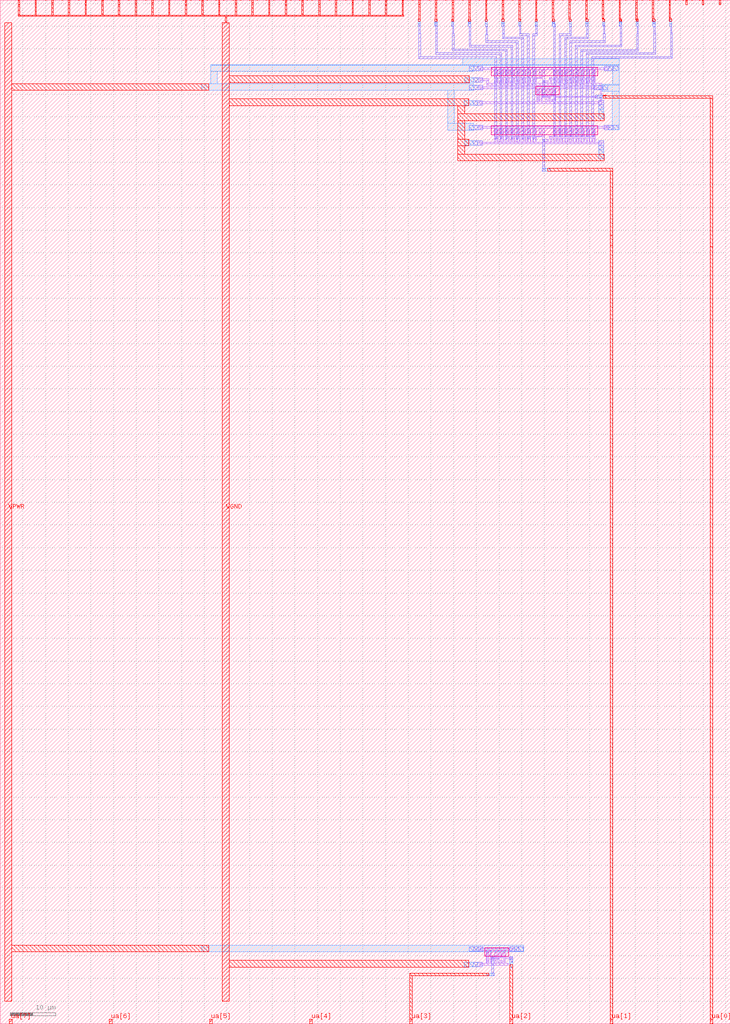
<source format=lef>
VERSION 5.7 ;
  NOWIREEXTENSIONATPIN ON ;
  DIVIDERCHAR "/" ;
  BUSBITCHARS "[]" ;
MACRO tt_um_rejunity_current_cmp
  CLASS BLOCK ;
  FOREIGN tt_um_rejunity_current_cmp ;
  ORIGIN 0.000 0.000 ;
  SIZE 161.000 BY 225.760 ;
  PIN clk
    DIRECTION INPUT ;
    USE SIGNAL ;
    PORT
      LAYER met4 ;
        RECT 154.870 224.760 155.170 225.760 ;
    END
  END clk
  PIN ena
    DIRECTION INPUT ;
    USE SIGNAL ;
    PORT
      LAYER met4 ;
        RECT 158.550 224.760 158.850 225.760 ;
    END
  END ena
  PIN rst_n
    DIRECTION INPUT ;
    USE SIGNAL ;
    PORT
      LAYER met4 ;
        RECT 151.190 224.760 151.490 225.760 ;
    END
  END rst_n
  PIN ua[0]
    DIRECTION INOUT ;
    USE SIGNAL ;
    ANTENNADIFFAREA 0.639000 ;
    PORT
      LAYER met4 ;
        RECT 156.560 0.000 157.160 1.000 ;
    END
  END ua[0]
  PIN ua[1]
    DIRECTION INOUT ;
    USE SIGNAL ;
    ANTENNADIFFAREA 0.781000 ;
    PORT
      LAYER met4 ;
        RECT 134.480 0.000 135.080 1.000 ;
    END
  END ua[1]
  PIN ua[2]
    DIRECTION INOUT ;
    USE SIGNAL ;
    ANTENNADIFFAREA 0.639000 ;
    PORT
      LAYER met4 ;
        RECT 112.400 0.000 113.000 1.000 ;
    END
  END ua[2]
  PIN ua[3]
    DIRECTION INOUT ;
    USE SIGNAL ;
    ANTENNAGATEAREA 0.213000 ;
    ANTENNADIFFAREA 0.568000 ;
    PORT
      LAYER met4 ;
        RECT 90.320 0.000 90.920 1.000 ;
    END
  END ua[3]
  PIN ua[4]
    DIRECTION INOUT ;
    USE SIGNAL ;
    PORT
      LAYER met4 ;
        RECT 68.240 0.000 68.840 1.000 ;
    END
  END ua[4]
  PIN ua[5]
    DIRECTION INOUT ;
    USE SIGNAL ;
    PORT
      LAYER met4 ;
        RECT 46.160 0.000 46.760 1.000 ;
    END
  END ua[5]
  PIN ua[6]
    DIRECTION INOUT ;
    USE SIGNAL ;
    PORT
      LAYER met4 ;
        RECT 24.080 0.000 24.680 1.000 ;
    END
  END ua[6]
  PIN ua[7]
    DIRECTION INOUT ;
    USE SIGNAL ;
    PORT
      LAYER met4 ;
        RECT 2.000 0.000 2.600 1.000 ;
    END
  END ua[7]
  PIN ui_in[0]
    DIRECTION INPUT ;
    USE SIGNAL ;
    PORT
      LAYER met4 ;
        RECT 147.510 224.760 147.810 225.760 ;
    END
  END ui_in[0]
  PIN ui_in[1]
    DIRECTION INPUT ;
    USE SIGNAL ;
    PORT
      LAYER met4 ;
        RECT 143.830 224.760 144.130 225.760 ;
    END
  END ui_in[1]
  PIN ui_in[2]
    DIRECTION INPUT ;
    USE SIGNAL ;
    PORT
      LAYER met4 ;
        RECT 140.150 224.760 140.450 225.760 ;
    END
  END ui_in[2]
  PIN ui_in[3]
    DIRECTION INPUT ;
    USE SIGNAL ;
    PORT
      LAYER met4 ;
        RECT 136.470 224.760 136.770 225.760 ;
    END
  END ui_in[3]
  PIN ui_in[4]
    DIRECTION INPUT ;
    USE SIGNAL ;
    PORT
      LAYER met4 ;
        RECT 132.790 224.760 133.090 225.760 ;
    END
  END ui_in[4]
  PIN ui_in[5]
    DIRECTION INPUT ;
    USE SIGNAL ;
    PORT
      LAYER met4 ;
        RECT 129.110 224.760 129.410 225.760 ;
    END
  END ui_in[5]
  PIN ui_in[6]
    DIRECTION INPUT ;
    USE SIGNAL ;
    PORT
      LAYER met4 ;
        RECT 125.430 224.760 125.730 225.760 ;
    END
  END ui_in[6]
  PIN ui_in[7]
    DIRECTION INPUT ;
    USE SIGNAL ;
    PORT
      LAYER met4 ;
        RECT 121.750 224.760 122.050 225.760 ;
    END
  END ui_in[7]
  PIN uio_in[0]
    DIRECTION INPUT ;
    USE SIGNAL ;
    PORT
      LAYER met4 ;
        RECT 118.070 224.760 118.370 225.760 ;
    END
  END uio_in[0]
  PIN uio_in[1]
    DIRECTION INPUT ;
    USE SIGNAL ;
    PORT
      LAYER met4 ;
        RECT 114.390 224.760 114.690 225.760 ;
    END
  END uio_in[1]
  PIN uio_in[2]
    DIRECTION INPUT ;
    USE SIGNAL ;
    PORT
      LAYER met4 ;
        RECT 110.710 224.760 111.010 225.760 ;
    END
  END uio_in[2]
  PIN uio_in[3]
    DIRECTION INPUT ;
    USE SIGNAL ;
    PORT
      LAYER met4 ;
        RECT 107.030 224.760 107.330 225.760 ;
    END
  END uio_in[3]
  PIN uio_in[4]
    DIRECTION INPUT ;
    USE SIGNAL ;
    PORT
      LAYER met4 ;
        RECT 103.350 224.760 103.650 225.760 ;
    END
  END uio_in[4]
  PIN uio_in[5]
    DIRECTION INPUT ;
    USE SIGNAL ;
    PORT
      LAYER met4 ;
        RECT 99.670 224.760 99.970 225.760 ;
    END
  END uio_in[5]
  PIN uio_in[6]
    DIRECTION INPUT ;
    USE SIGNAL ;
    PORT
      LAYER met4 ;
        RECT 95.990 224.760 96.290 225.760 ;
    END
  END uio_in[6]
  PIN uio_in[7]
    DIRECTION INPUT ;
    USE SIGNAL ;
    PORT
      LAYER met4 ;
        RECT 92.310 224.760 92.610 225.760 ;
    END
  END uio_in[7]
  PIN uio_oe[0]
    DIRECTION OUTPUT ;
    USE SIGNAL ;
    ANTENNADIFFAREA 14.710000 ;
    PORT
      LAYER met4 ;
        RECT 29.750 224.760 30.050 225.760 ;
    END
  END uio_oe[0]
  PIN uio_oe[1]
    DIRECTION OUTPUT ;
    USE SIGNAL ;
    ANTENNADIFFAREA 14.710000 ;
    PORT
      LAYER met4 ;
        RECT 26.070 224.760 26.370 225.760 ;
    END
  END uio_oe[1]
  PIN uio_oe[2]
    DIRECTION OUTPUT ;
    USE SIGNAL ;
    ANTENNADIFFAREA 14.710000 ;
    PORT
      LAYER met4 ;
        RECT 22.390 224.760 22.690 225.760 ;
    END
  END uio_oe[2]
  PIN uio_oe[3]
    DIRECTION OUTPUT ;
    USE SIGNAL ;
    ANTENNADIFFAREA 14.710000 ;
    PORT
      LAYER met4 ;
        RECT 18.710 224.760 19.010 225.760 ;
    END
  END uio_oe[3]
  PIN uio_oe[4]
    DIRECTION OUTPUT ;
    USE SIGNAL ;
    ANTENNADIFFAREA 14.710000 ;
    PORT
      LAYER met4 ;
        RECT 15.030 224.760 15.330 225.760 ;
    END
  END uio_oe[4]
  PIN uio_oe[5]
    DIRECTION OUTPUT ;
    USE SIGNAL ;
    ANTENNADIFFAREA 14.710000 ;
    PORT
      LAYER met4 ;
        RECT 11.350 224.760 11.650 225.760 ;
    END
  END uio_oe[5]
  PIN uio_oe[6]
    DIRECTION OUTPUT ;
    USE SIGNAL ;
    ANTENNADIFFAREA 14.710000 ;
    PORT
      LAYER met4 ;
        RECT 7.670 224.760 7.970 225.760 ;
    END
  END uio_oe[6]
  PIN uio_oe[7]
    DIRECTION OUTPUT ;
    USE SIGNAL ;
    ANTENNADIFFAREA 14.710000 ;
    PORT
      LAYER met4 ;
        RECT 3.990 224.760 4.290 225.760 ;
    END
  END uio_oe[7]
  PIN uio_out[0]
    DIRECTION OUTPUT ;
    USE SIGNAL ;
    ANTENNADIFFAREA 14.710000 ;
    PORT
      LAYER met4 ;
        RECT 59.190 224.760 59.490 225.760 ;
    END
  END uio_out[0]
  PIN uio_out[1]
    DIRECTION OUTPUT ;
    USE SIGNAL ;
    ANTENNADIFFAREA 14.710000 ;
    PORT
      LAYER met4 ;
        RECT 55.510 224.760 55.810 225.760 ;
    END
  END uio_out[1]
  PIN uio_out[2]
    DIRECTION OUTPUT ;
    USE SIGNAL ;
    ANTENNADIFFAREA 14.710000 ;
    PORT
      LAYER met4 ;
        RECT 51.830 224.760 52.130 225.760 ;
    END
  END uio_out[2]
  PIN uio_out[3]
    DIRECTION OUTPUT ;
    USE SIGNAL ;
    ANTENNADIFFAREA 14.710000 ;
    PORT
      LAYER met4 ;
        RECT 48.150 224.760 48.450 225.760 ;
    END
  END uio_out[3]
  PIN uio_out[4]
    DIRECTION OUTPUT ;
    USE SIGNAL ;
    ANTENNADIFFAREA 14.710000 ;
    PORT
      LAYER met4 ;
        RECT 44.470 224.760 44.770 225.760 ;
    END
  END uio_out[4]
  PIN uio_out[5]
    DIRECTION OUTPUT ;
    USE SIGNAL ;
    ANTENNADIFFAREA 14.710000 ;
    PORT
      LAYER met4 ;
        RECT 40.790 224.760 41.090 225.760 ;
    END
  END uio_out[5]
  PIN uio_out[6]
    DIRECTION OUTPUT ;
    USE SIGNAL ;
    ANTENNADIFFAREA 14.710000 ;
    PORT
      LAYER met4 ;
        RECT 37.110 224.760 37.410 225.760 ;
    END
  END uio_out[6]
  PIN uio_out[7]
    DIRECTION OUTPUT ;
    USE SIGNAL ;
    ANTENNADIFFAREA 14.710000 ;
    PORT
      LAYER met4 ;
        RECT 33.430 224.760 33.730 225.760 ;
    END
  END uio_out[7]
  PIN uo_out[0]
    DIRECTION OUTPUT ;
    USE SIGNAL ;
    ANTENNADIFFAREA 14.710000 ;
    PORT
      LAYER met4 ;
        RECT 88.630 224.760 88.930 225.760 ;
    END
  END uo_out[0]
  PIN uo_out[1]
    DIRECTION OUTPUT ;
    USE SIGNAL ;
    ANTENNADIFFAREA 14.710000 ;
    PORT
      LAYER met4 ;
        RECT 84.950 224.760 85.250 225.760 ;
    END
  END uo_out[1]
  PIN uo_out[2]
    DIRECTION OUTPUT ;
    USE SIGNAL ;
    ANTENNADIFFAREA 14.710000 ;
    PORT
      LAYER met4 ;
        RECT 81.270 224.760 81.570 225.760 ;
    END
  END uo_out[2]
  PIN uo_out[3]
    DIRECTION OUTPUT ;
    USE SIGNAL ;
    ANTENNADIFFAREA 14.710000 ;
    PORT
      LAYER met4 ;
        RECT 77.590 224.760 77.890 225.760 ;
    END
  END uo_out[3]
  PIN uo_out[4]
    DIRECTION OUTPUT ;
    USE SIGNAL ;
    ANTENNADIFFAREA 14.710000 ;
    PORT
      LAYER met4 ;
        RECT 73.910 224.760 74.210 225.760 ;
    END
  END uo_out[4]
  PIN uo_out[5]
    DIRECTION OUTPUT ;
    USE SIGNAL ;
    ANTENNADIFFAREA 14.710000 ;
    PORT
      LAYER met4 ;
        RECT 70.230 224.760 70.530 225.760 ;
    END
  END uo_out[5]
  PIN uo_out[6]
    DIRECTION OUTPUT ;
    USE SIGNAL ;
    ANTENNADIFFAREA 14.710000 ;
    PORT
      LAYER met4 ;
        RECT 66.550 224.760 66.850 225.760 ;
    END
  END uo_out[6]
  PIN uo_out[7]
    DIRECTION OUTPUT ;
    USE SIGNAL ;
    ANTENNADIFFAREA 14.710000 ;
    PORT
      LAYER met4 ;
        RECT 62.870 224.760 63.170 225.760 ;
    END
  END uo_out[7]
  PIN VPWR
    DIRECTION INOUT ;
    USE POWER ;
    PORT
      LAYER met4 ;
        RECT 1.000 5.000 2.500 220.760 ;
    END
  END VPWR
  PIN VGND
    DIRECTION INOUT ;
    USE GROUND ;
    PORT
      LAYER met4 ;
        RECT 49.000 5.000 50.500 220.760 ;
    END
  END VGND
  OBS
      LAYER nwell ;
        RECT 108.300 209.050 131.800 210.950 ;
        RECT 118.050 204.850 123.300 206.750 ;
        RECT 108.300 196.100 131.800 198.000 ;
        RECT 106.850 14.850 112.100 16.750 ;
      LAYER li1 ;
        RECT 105.700 210.450 133.950 210.850 ;
        RECT 109.000 209.250 109.300 210.450 ;
        RECT 109.650 209.050 109.850 210.250 ;
        RECT 110.200 209.250 110.500 210.450 ;
        RECT 110.850 209.050 111.050 210.250 ;
        RECT 111.400 209.250 111.700 210.450 ;
        RECT 112.050 209.050 112.250 210.250 ;
        RECT 112.600 209.250 112.900 210.450 ;
        RECT 113.250 209.050 113.450 210.250 ;
        RECT 113.800 209.250 114.100 210.450 ;
        RECT 114.450 209.050 114.650 210.250 ;
        RECT 115.000 209.250 115.300 210.450 ;
        RECT 115.650 209.050 115.850 210.250 ;
        RECT 116.200 209.250 116.500 210.450 ;
        RECT 116.850 209.050 117.050 210.250 ;
        RECT 117.400 209.250 117.700 210.450 ;
        RECT 118.050 209.050 118.250 210.250 ;
        RECT 118.900 209.250 119.300 210.450 ;
        RECT 108.900 208.650 119.450 209.050 ;
        RECT 105.750 208.000 107.750 208.400 ;
        RECT 109.050 208.250 109.450 208.450 ;
        RECT 107.350 207.400 107.750 208.000 ;
        RECT 109.000 207.400 109.300 208.000 ;
        RECT 109.650 207.600 109.850 208.650 ;
        RECT 110.250 208.250 110.650 208.450 ;
        RECT 110.200 207.400 110.500 208.000 ;
        RECT 110.850 207.600 111.050 208.650 ;
        RECT 111.450 208.250 111.850 208.450 ;
        RECT 111.400 207.400 111.700 208.000 ;
        RECT 112.050 207.600 112.250 208.650 ;
        RECT 112.650 208.250 113.050 208.450 ;
        RECT 112.600 207.400 112.900 208.000 ;
        RECT 113.250 207.600 113.450 208.650 ;
        RECT 113.850 208.250 114.250 208.450 ;
        RECT 113.800 207.400 114.100 208.000 ;
        RECT 114.450 207.600 114.650 208.650 ;
        RECT 115.050 208.250 115.450 208.450 ;
        RECT 115.000 207.400 115.300 208.000 ;
        RECT 115.650 207.600 115.850 208.650 ;
        RECT 116.250 208.250 116.650 208.450 ;
        RECT 116.200 207.400 116.500 208.000 ;
        RECT 116.850 207.600 117.050 208.650 ;
        RECT 118.050 208.550 119.450 208.650 ;
        RECT 117.450 208.250 117.850 208.450 ;
        RECT 117.400 207.400 117.700 208.000 ;
        RECT 118.050 207.600 118.250 208.550 ;
        RECT 119.650 208.000 120.050 210.250 ;
        RECT 122.000 209.250 122.300 210.450 ;
        RECT 122.050 208.750 122.450 209.050 ;
        RECT 121.100 208.550 121.650 208.650 ;
        RECT 122.650 208.550 122.850 210.250 ;
        RECT 123.200 209.250 123.500 210.450 ;
        RECT 123.250 208.750 123.650 209.050 ;
        RECT 123.850 208.550 124.050 210.250 ;
        RECT 124.400 209.250 124.700 210.450 ;
        RECT 124.450 208.750 124.850 209.050 ;
        RECT 125.050 208.550 125.250 210.250 ;
        RECT 125.600 209.250 125.900 210.450 ;
        RECT 125.650 208.750 126.050 209.050 ;
        RECT 126.250 208.550 126.450 210.250 ;
        RECT 126.800 209.250 127.100 210.450 ;
        RECT 126.850 208.750 127.250 209.050 ;
        RECT 127.450 208.550 127.650 210.250 ;
        RECT 128.000 209.250 128.300 210.450 ;
        RECT 128.050 208.750 128.450 209.050 ;
        RECT 128.650 208.550 128.850 210.250 ;
        RECT 129.200 209.250 129.500 210.450 ;
        RECT 129.250 208.750 129.650 209.050 ;
        RECT 129.850 208.550 130.050 210.250 ;
        RECT 130.400 209.250 130.700 210.450 ;
        RECT 130.450 208.750 130.850 209.050 ;
        RECT 131.050 208.550 131.250 210.250 ;
        RECT 121.100 208.200 131.250 208.550 ;
        RECT 119.650 207.600 120.900 208.000 ;
        RECT 121.250 207.400 121.650 208.000 ;
        RECT 122.100 207.400 122.300 208.000 ;
        RECT 122.650 207.600 122.850 208.200 ;
        RECT 123.200 207.400 123.500 208.000 ;
        RECT 123.850 207.600 124.050 208.200 ;
        RECT 124.500 207.400 124.700 208.000 ;
        RECT 125.050 207.600 125.250 208.200 ;
        RECT 125.600 207.400 125.900 208.000 ;
        RECT 126.250 207.600 126.450 208.200 ;
        RECT 126.900 207.400 127.100 208.000 ;
        RECT 127.450 207.600 127.650 208.200 ;
        RECT 128.000 207.400 128.300 208.000 ;
        RECT 128.650 207.600 128.850 208.200 ;
        RECT 129.300 207.400 129.500 208.000 ;
        RECT 129.850 207.600 130.050 208.200 ;
        RECT 130.400 207.400 130.700 208.000 ;
        RECT 131.050 207.600 131.250 208.200 ;
        RECT 107.350 207.000 132.700 207.400 ;
        RECT 105.700 206.250 131.700 206.650 ;
        RECT 118.350 203.350 118.550 206.050 ;
        RECT 118.750 203.550 118.950 206.250 ;
        RECT 119.300 204.800 119.500 206.050 ;
        RECT 120.300 205.050 120.600 206.250 ;
        RECT 120.950 204.800 121.250 206.050 ;
        RECT 121.600 205.050 121.900 206.250 ;
        RECT 119.300 204.600 120.700 204.800 ;
        RECT 120.950 204.600 122.000 204.800 ;
        RECT 122.250 204.600 122.550 206.050 ;
        RECT 119.300 203.550 119.500 204.600 ;
        RECT 120.950 204.400 121.250 204.600 ;
        RECT 119.700 204.200 121.250 204.400 ;
        RECT 120.300 203.350 120.600 203.950 ;
        RECT 120.950 203.550 121.250 204.200 ;
        RECT 122.250 204.350 131.600 204.600 ;
        RECT 121.600 203.350 121.900 203.950 ;
        RECT 122.250 203.550 122.550 204.350 ;
        RECT 132.300 203.350 132.700 207.000 ;
        RECT 105.700 202.950 132.700 203.350 ;
        RECT 105.700 197.500 133.950 197.900 ;
        RECT 109.000 196.300 109.300 197.500 ;
        RECT 109.650 196.100 109.850 197.300 ;
        RECT 110.200 196.300 110.500 197.500 ;
        RECT 110.850 196.100 111.050 197.300 ;
        RECT 111.400 196.300 111.700 197.500 ;
        RECT 112.050 196.100 112.250 197.300 ;
        RECT 112.600 196.300 112.900 197.500 ;
        RECT 113.250 196.100 113.450 197.300 ;
        RECT 113.800 196.300 114.100 197.500 ;
        RECT 114.450 196.100 114.650 197.300 ;
        RECT 115.000 196.300 115.300 197.500 ;
        RECT 115.650 196.100 115.850 197.300 ;
        RECT 116.200 196.300 116.500 197.500 ;
        RECT 116.850 196.100 117.050 197.300 ;
        RECT 117.400 196.300 117.700 197.500 ;
        RECT 118.050 196.100 118.250 197.300 ;
        RECT 118.900 196.300 119.300 197.500 ;
        RECT 108.900 195.700 119.450 196.100 ;
        RECT 109.050 195.300 109.450 195.500 ;
        RECT 109.000 194.450 109.300 195.050 ;
        RECT 109.650 194.650 109.850 195.700 ;
        RECT 110.250 195.300 110.650 195.500 ;
        RECT 110.200 194.450 110.500 195.050 ;
        RECT 110.850 194.650 111.050 195.700 ;
        RECT 111.450 195.300 111.850 195.500 ;
        RECT 111.400 194.450 111.700 195.050 ;
        RECT 112.050 194.650 112.250 195.700 ;
        RECT 112.650 195.300 113.050 195.500 ;
        RECT 112.600 194.450 112.900 195.050 ;
        RECT 113.250 194.650 113.450 195.700 ;
        RECT 113.850 195.300 114.250 195.500 ;
        RECT 113.800 194.450 114.100 195.050 ;
        RECT 114.450 194.650 114.650 195.700 ;
        RECT 115.050 195.300 115.450 195.500 ;
        RECT 115.000 194.450 115.300 195.050 ;
        RECT 115.650 194.650 115.850 195.700 ;
        RECT 116.250 195.300 116.650 195.500 ;
        RECT 116.200 194.450 116.500 195.050 ;
        RECT 116.850 194.650 117.050 195.700 ;
        RECT 118.050 195.600 119.450 195.700 ;
        RECT 117.450 195.300 117.850 195.500 ;
        RECT 117.400 194.450 117.700 195.050 ;
        RECT 118.050 194.650 118.250 195.600 ;
        RECT 119.650 195.050 120.050 197.300 ;
        RECT 122.000 196.300 122.300 197.500 ;
        RECT 122.050 195.800 122.450 196.100 ;
        RECT 121.100 195.600 121.650 195.700 ;
        RECT 122.650 195.600 122.850 197.300 ;
        RECT 123.200 196.300 123.500 197.500 ;
        RECT 123.250 195.800 123.650 196.100 ;
        RECT 123.850 195.600 124.050 197.300 ;
        RECT 124.400 196.300 124.700 197.500 ;
        RECT 124.450 195.800 124.850 196.100 ;
        RECT 125.050 195.600 125.250 197.300 ;
        RECT 125.600 196.300 125.900 197.500 ;
        RECT 125.650 195.800 126.050 196.100 ;
        RECT 126.250 195.600 126.450 197.300 ;
        RECT 126.800 196.300 127.100 197.500 ;
        RECT 126.850 195.800 127.250 196.100 ;
        RECT 127.450 195.600 127.650 197.300 ;
        RECT 128.000 196.300 128.300 197.500 ;
        RECT 128.050 195.800 128.450 196.100 ;
        RECT 128.650 195.600 128.850 197.300 ;
        RECT 129.200 196.300 129.500 197.500 ;
        RECT 129.250 195.800 129.650 196.100 ;
        RECT 129.850 195.600 130.050 197.300 ;
        RECT 130.400 196.300 130.700 197.500 ;
        RECT 130.450 195.800 130.850 196.100 ;
        RECT 131.050 195.600 131.250 197.300 ;
        RECT 121.100 195.250 131.250 195.600 ;
        RECT 119.650 194.650 120.900 195.050 ;
        RECT 121.250 194.450 121.650 195.050 ;
        RECT 122.100 194.450 122.300 195.050 ;
        RECT 122.650 194.650 122.850 195.250 ;
        RECT 123.200 194.450 123.500 195.050 ;
        RECT 123.850 194.650 124.050 195.250 ;
        RECT 124.500 194.450 124.700 195.050 ;
        RECT 125.050 194.650 125.250 195.250 ;
        RECT 125.600 194.450 125.900 195.050 ;
        RECT 126.250 194.650 126.450 195.250 ;
        RECT 126.900 194.450 127.100 195.050 ;
        RECT 127.450 194.650 127.650 195.250 ;
        RECT 128.000 194.450 128.300 195.050 ;
        RECT 128.650 194.650 128.850 195.250 ;
        RECT 129.300 194.450 129.500 195.050 ;
        RECT 129.850 194.650 130.050 195.250 ;
        RECT 130.400 194.450 130.700 195.050 ;
        RECT 131.050 194.650 131.250 195.250 ;
        RECT 105.700 194.050 132.700 194.450 ;
        RECT 105.700 16.250 113.050 16.650 ;
        RECT 107.150 13.350 107.350 16.050 ;
        RECT 107.550 13.550 107.750 16.250 ;
        RECT 108.100 14.800 108.300 16.050 ;
        RECT 109.100 15.050 109.400 16.250 ;
        RECT 109.750 14.800 110.050 16.050 ;
        RECT 110.400 15.050 110.700 16.250 ;
        RECT 108.100 14.600 109.500 14.800 ;
        RECT 109.750 14.600 110.800 14.800 ;
        RECT 111.050 14.650 111.350 16.050 ;
        RECT 112.400 14.650 113.000 14.750 ;
        RECT 108.100 13.550 108.300 14.600 ;
        RECT 109.750 14.400 110.050 14.600 ;
        RECT 108.500 14.200 110.050 14.400 ;
        RECT 109.100 13.350 109.400 13.950 ;
        RECT 109.750 13.550 110.050 14.200 ;
        RECT 111.050 14.300 113.000 14.650 ;
        RECT 110.400 13.350 110.700 13.950 ;
        RECT 111.050 13.550 111.350 14.300 ;
        RECT 112.400 14.200 113.000 14.300 ;
        RECT 105.700 12.950 112.050 13.350 ;
      LAYER met1 ;
        RECT 92.150 220.050 92.650 220.550 ;
        RECT 95.850 220.050 96.350 220.550 ;
        RECT 99.550 220.050 100.050 220.550 ;
        RECT 103.250 220.050 103.750 220.550 ;
        RECT 106.950 220.050 107.450 220.550 ;
        RECT 110.650 220.050 111.150 220.550 ;
        RECT 114.350 220.050 114.850 220.550 ;
        RECT 117.950 220.050 118.450 220.550 ;
        RECT 121.750 220.050 122.450 220.550 ;
        RECT 125.450 220.050 125.950 220.550 ;
        RECT 129.150 220.050 129.650 220.550 ;
        RECT 132.850 220.050 133.350 220.550 ;
        RECT 136.550 220.050 137.050 220.550 ;
        RECT 140.250 220.050 140.750 220.550 ;
        RECT 143.950 220.050 144.450 220.550 ;
        RECT 147.650 220.050 148.150 220.550 ;
        RECT 92.350 218.450 92.650 220.050 ;
        RECT 92.350 213.250 92.750 218.450 ;
        RECT 96.050 218.400 96.350 220.050 ;
        RECT 96.000 214.150 96.400 218.400 ;
        RECT 99.750 218.300 100.050 220.050 ;
        RECT 99.700 214.950 100.100 218.300 ;
        RECT 103.450 218.250 103.750 220.050 ;
        RECT 107.150 218.250 107.450 220.050 ;
        RECT 110.850 218.400 111.150 220.050 ;
        RECT 103.400 215.800 103.800 218.250 ;
        RECT 107.100 216.750 107.500 218.250 ;
        RECT 110.800 217.600 111.200 218.400 ;
        RECT 114.550 218.300 114.850 220.050 ;
        RECT 118.150 218.300 118.450 220.050 ;
        RECT 114.550 217.900 116.650 218.300 ;
        RECT 110.800 217.200 115.450 217.600 ;
        RECT 107.100 216.350 114.250 216.750 ;
        RECT 103.400 215.400 113.050 215.800 ;
        RECT 99.700 214.550 111.850 214.950 ;
        RECT 96.000 213.750 110.650 214.150 ;
        RECT 92.350 212.850 109.450 213.250 ;
        RECT 104.400 210.150 106.400 211.150 ;
        RECT 104.400 207.650 106.400 208.650 ;
        RECT 104.400 205.950 106.400 206.950 ;
        RECT 104.350 202.600 106.350 203.600 ;
        RECT 104.400 197.200 106.400 198.200 ;
        RECT 109.050 195.200 109.450 212.850 ;
        RECT 110.250 195.200 110.650 213.750 ;
        RECT 111.450 195.200 111.850 214.550 ;
        RECT 112.650 195.200 113.050 215.400 ;
        RECT 113.850 195.200 114.250 216.350 ;
        RECT 115.050 195.200 115.450 217.200 ;
        RECT 116.250 195.200 116.650 217.900 ;
        RECT 117.450 217.900 118.450 218.300 ;
        RECT 117.450 195.200 117.850 217.900 ;
        RECT 119.650 207.805 120.050 208.000 ;
        RECT 119.645 205.365 120.055 207.805 ;
        RECT 119.650 204.500 120.050 205.365 ;
        RECT 122.050 195.750 122.450 220.050 ;
        RECT 125.650 218.300 125.950 220.050 ;
        RECT 129.350 218.300 129.650 220.050 ;
        RECT 133.050 218.300 133.350 220.050 ;
        RECT 136.750 218.350 137.050 220.050 ;
        RECT 123.250 217.900 125.950 218.300 ;
        RECT 123.250 195.750 123.650 217.900 ;
        RECT 129.250 217.600 129.650 218.300 ;
        RECT 124.450 217.200 129.650 217.600 ;
        RECT 124.450 195.750 124.850 217.200 ;
        RECT 133.000 216.750 133.400 218.300 ;
        RECT 125.650 216.350 133.400 216.750 ;
        RECT 125.650 195.750 126.050 216.350 ;
        RECT 136.700 215.850 137.100 218.350 ;
        RECT 140.450 218.300 140.750 220.050 ;
        RECT 126.850 215.450 137.100 215.850 ;
        RECT 126.850 195.750 127.250 215.450 ;
        RECT 140.350 214.850 140.750 218.300 ;
        RECT 128.050 214.450 140.750 214.850 ;
        RECT 144.150 218.500 144.450 220.050 ;
        RECT 147.850 218.600 148.150 220.050 ;
        RECT 128.050 195.750 128.450 214.450 ;
        RECT 144.150 214.200 144.550 218.500 ;
        RECT 129.250 213.800 144.550 214.200 ;
        RECT 129.250 195.750 129.650 213.800 ;
        RECT 147.850 213.300 148.250 218.600 ;
        RECT 130.450 212.900 148.250 213.300 ;
        RECT 130.450 195.750 130.850 212.900 ;
        RECT 133.250 210.150 135.250 211.150 ;
        RECT 131.000 205.950 133.000 206.950 ;
        RECT 131.200 204.150 132.350 204.750 ;
        RECT 132.050 201.650 133.050 203.650 ;
        RECT 133.250 197.200 135.250 198.200 ;
        RECT 119.650 194.855 120.050 195.050 ;
        RECT 104.350 193.700 106.350 194.700 ;
        RECT 119.645 188.650 120.055 194.855 ;
        RECT 132.050 192.750 133.050 194.750 ;
        RECT 119.550 188.050 120.150 188.650 ;
        RECT 104.400 15.950 106.400 16.950 ;
        RECT 112.350 15.950 114.350 16.950 ;
        RECT 104.350 12.600 106.350 13.600 ;
        RECT 108.450 11.150 108.850 14.900 ;
        RECT 112.400 13.600 113.000 14.750 ;
        RECT 108.350 10.550 108.950 11.150 ;
      LAYER met2 ;
        RECT 92.200 220.600 92.600 221.000 ;
        RECT 95.900 220.600 96.300 221.000 ;
        RECT 99.600 220.600 100.000 221.000 ;
        RECT 103.300 220.600 103.700 221.000 ;
        RECT 107.000 220.600 107.400 221.000 ;
        RECT 110.700 220.600 111.100 221.000 ;
        RECT 114.400 220.600 114.800 221.000 ;
        RECT 118.000 220.600 118.400 221.000 ;
        RECT 121.800 220.600 122.200 221.000 ;
        RECT 125.500 220.600 125.900 221.000 ;
        RECT 129.200 220.600 129.600 221.000 ;
        RECT 132.900 220.600 133.300 221.000 ;
        RECT 136.600 220.600 137.000 221.000 ;
        RECT 140.300 220.600 140.700 221.000 ;
        RECT 144.000 220.600 144.400 221.000 ;
        RECT 147.700 220.600 148.100 221.000 ;
        RECT 92.150 220.050 92.650 220.550 ;
        RECT 95.850 220.050 96.350 220.550 ;
        RECT 99.550 220.050 100.050 220.550 ;
        RECT 103.250 220.050 103.750 220.550 ;
        RECT 106.950 220.050 107.450 220.550 ;
        RECT 110.650 220.050 111.150 220.550 ;
        RECT 114.350 220.050 114.850 220.550 ;
        RECT 117.950 220.050 118.450 220.550 ;
        RECT 121.750 220.050 122.250 220.550 ;
        RECT 125.450 220.050 125.950 220.550 ;
        RECT 129.150 220.050 129.650 220.550 ;
        RECT 132.850 220.050 133.350 220.550 ;
        RECT 136.550 220.050 137.050 220.550 ;
        RECT 140.250 220.050 140.750 220.550 ;
        RECT 143.950 220.050 144.450 220.550 ;
        RECT 147.650 220.050 148.150 220.550 ;
        RECT 103.400 210.150 105.400 211.150 ;
        RECT 134.250 210.150 136.250 211.150 ;
        RECT 103.400 207.650 105.400 208.650 ;
        RECT 103.400 205.950 105.400 206.950 ;
        RECT 132.000 205.950 134.000 206.950 ;
        RECT 131.750 204.150 132.950 204.750 ;
        RECT 103.350 202.600 105.350 203.600 ;
        RECT 132.050 200.650 133.050 202.650 ;
        RECT 103.400 197.200 105.400 198.200 ;
        RECT 134.250 197.200 136.250 198.200 ;
        RECT 103.350 193.700 105.350 194.700 ;
        RECT 132.050 191.750 133.050 193.750 ;
        RECT 119.550 188.050 120.750 188.650 ;
        RECT 103.400 15.950 105.400 16.950 ;
        RECT 113.350 15.950 115.350 16.950 ;
        RECT 103.350 12.600 105.350 13.600 ;
        RECT 112.400 13.000 113.000 14.200 ;
        RECT 107.750 10.550 108.950 11.150 ;
      LAYER met3 ;
        RECT 92.150 220.550 92.650 221.550 ;
        RECT 95.850 220.550 96.350 221.550 ;
        RECT 99.550 220.550 100.050 221.550 ;
        RECT 103.250 220.550 103.750 221.550 ;
        RECT 106.950 220.550 107.450 221.550 ;
        RECT 110.650 220.550 111.150 221.550 ;
        RECT 114.350 220.550 114.850 221.550 ;
        RECT 117.950 220.550 118.450 221.550 ;
        RECT 121.750 220.550 122.250 221.550 ;
        RECT 125.450 220.550 125.950 221.550 ;
        RECT 129.150 220.550 129.650 221.550 ;
        RECT 132.850 220.550 133.350 221.550 ;
        RECT 136.550 220.550 137.050 221.550 ;
        RECT 140.250 220.550 140.750 221.550 ;
        RECT 143.950 220.550 144.450 221.550 ;
        RECT 147.650 220.550 148.150 221.550 ;
        RECT 101.950 211.550 136.550 212.850 ;
        RECT 46.400 211.350 136.550 211.550 ;
        RECT 46.400 210.050 104.400 211.350 ;
        RECT 46.400 207.350 47.900 210.050 ;
        RECT 102.400 207.650 104.400 208.650 ;
        RECT 44.490 205.850 104.400 207.350 ;
        RECT 135.050 207.250 136.550 211.350 ;
        RECT 132.700 206.950 136.550 207.250 ;
        RECT 98.650 198.600 100.150 205.850 ;
        RECT 132.800 205.700 136.550 206.950 ;
        RECT 132.350 204.150 133.550 204.750 ;
        RECT 102.350 202.600 104.350 203.600 ;
        RECT 132.050 199.650 133.050 201.650 ;
        RECT 98.650 197.100 104.400 198.600 ;
        RECT 135.000 197.225 136.550 205.700 ;
        RECT 135.050 197.200 136.550 197.225 ;
        RECT 102.400 193.700 104.350 194.700 ;
        RECT 132.050 190.750 133.050 192.750 ;
        RECT 120.150 188.050 121.350 188.650 ;
        RECT 44.490 15.850 115.500 17.350 ;
        RECT 102.350 12.600 104.350 13.600 ;
        RECT 112.400 12.400 113.000 13.600 ;
        RECT 107.150 10.550 108.350 11.150 ;
      LAYER met4 ;
        RECT 3.990 222.450 4.290 224.760 ;
        RECT 7.670 222.450 7.970 224.760 ;
        RECT 11.350 222.450 11.650 224.760 ;
        RECT 15.030 222.450 15.330 224.760 ;
        RECT 18.710 222.450 19.010 224.760 ;
        RECT 22.390 222.450 22.690 224.760 ;
        RECT 26.070 222.450 26.370 224.760 ;
        RECT 29.750 222.450 30.050 224.760 ;
        RECT 33.430 222.450 33.730 224.760 ;
        RECT 37.110 222.450 37.410 224.760 ;
        RECT 40.790 222.450 41.090 224.760 ;
        RECT 44.470 222.450 44.770 224.760 ;
        RECT 48.150 222.450 48.450 224.760 ;
        RECT 51.830 222.450 52.130 224.760 ;
        RECT 55.510 222.450 55.810 224.760 ;
        RECT 59.190 222.450 59.490 224.760 ;
        RECT 62.870 222.450 63.170 224.760 ;
        RECT 66.550 222.450 66.850 224.760 ;
        RECT 70.230 222.450 70.530 224.760 ;
        RECT 73.910 222.450 74.210 224.760 ;
        RECT 77.590 222.450 77.890 224.760 ;
        RECT 81.270 222.450 81.570 224.760 ;
        RECT 84.950 222.450 85.250 224.760 ;
        RECT 88.630 222.450 88.930 224.760 ;
        RECT 3.990 222.150 88.950 222.450 ;
        RECT 49.600 220.760 49.900 222.150 ;
        RECT 92.310 221.550 92.610 224.760 ;
        RECT 95.990 221.550 96.290 224.760 ;
        RECT 99.670 221.550 99.970 224.760 ;
        RECT 103.350 221.550 103.650 224.760 ;
        RECT 107.030 221.550 107.330 224.760 ;
        RECT 110.710 221.550 111.010 224.760 ;
        RECT 114.390 221.550 114.690 224.760 ;
        RECT 118.070 221.550 118.370 224.760 ;
        RECT 121.750 221.550 122.050 224.760 ;
        RECT 125.430 221.800 125.730 224.760 ;
        RECT 129.110 221.800 129.410 224.760 ;
        RECT 132.790 221.800 133.090 224.760 ;
        RECT 136.470 221.800 136.770 224.760 ;
        RECT 140.150 221.800 140.450 224.760 ;
        RECT 143.830 221.800 144.130 224.760 ;
        RECT 147.510 221.800 147.810 224.760 ;
        RECT 125.430 221.550 125.750 221.800 ;
        RECT 129.110 221.600 129.450 221.800 ;
        RECT 132.790 221.600 133.150 221.800 ;
        RECT 129.150 221.550 129.450 221.600 ;
        RECT 132.850 221.550 133.150 221.600 ;
        RECT 136.470 221.550 136.850 221.800 ;
        RECT 140.150 221.550 140.550 221.800 ;
        RECT 143.830 221.550 144.250 221.800 ;
        RECT 147.510 221.550 147.950 221.800 ;
        RECT 92.150 221.050 92.650 221.550 ;
        RECT 95.850 221.050 96.350 221.550 ;
        RECT 99.550 221.050 100.050 221.550 ;
        RECT 103.250 221.050 103.750 221.550 ;
        RECT 106.950 221.050 107.450 221.550 ;
        RECT 110.650 221.050 111.150 221.550 ;
        RECT 114.350 221.050 114.850 221.550 ;
        RECT 117.950 221.050 118.450 221.550 ;
        RECT 121.750 221.050 122.250 221.550 ;
        RECT 125.450 221.050 125.950 221.550 ;
        RECT 129.150 221.050 129.650 221.550 ;
        RECT 132.850 221.050 133.350 221.550 ;
        RECT 136.470 221.350 137.050 221.550 ;
        RECT 140.150 221.400 140.750 221.550 ;
        RECT 136.550 221.050 137.050 221.350 ;
        RECT 140.250 221.050 140.750 221.400 ;
        RECT 143.830 221.150 144.450 221.550 ;
        RECT 147.510 221.150 148.150 221.550 ;
        RECT 143.950 221.050 144.450 221.150 ;
        RECT 147.650 221.050 148.150 221.150 ;
        RECT 50.500 207.540 103.400 209.040 ;
        RECT 2.500 205.850 45.990 207.350 ;
        RECT 132.950 204.710 133.600 204.750 ;
        RECT 132.950 204.170 157.130 204.710 ;
        RECT 132.950 204.150 133.600 204.170 ;
        RECT 50.500 202.490 103.350 203.990 ;
        RECT 100.900 200.700 102.400 202.490 ;
        RECT 100.900 200.650 133.150 200.700 ;
        RECT 100.900 199.200 133.160 200.650 ;
        RECT 100.900 195.090 102.400 199.200 ;
        RECT 100.900 193.590 103.350 195.090 ;
        RECT 100.900 191.800 102.400 193.590 ;
        RECT 100.900 191.750 133.150 191.800 ;
        RECT 100.900 190.300 133.160 191.750 ;
        RECT 120.750 188.050 135.100 188.650 ;
        RECT 134.500 173.750 135.100 188.050 ;
        RECT 134.480 171.700 135.100 173.750 ;
        RECT 2.500 15.850 45.990 17.350 ;
        RECT 50.500 12.500 103.350 13.990 ;
        RECT 50.500 12.490 100.900 12.500 ;
        RECT 102.400 12.490 103.350 12.500 ;
        RECT 90.320 10.550 107.750 11.150 ;
        RECT 90.320 1.000 90.920 10.550 ;
        RECT 112.400 1.000 113.000 13.000 ;
        RECT 134.480 1.000 135.080 171.700 ;
        RECT 156.590 171.390 157.130 204.170 ;
        RECT 156.595 1.000 157.125 171.390 ;
  END
END tt_um_rejunity_current_cmp
END LIBRARY


</source>
